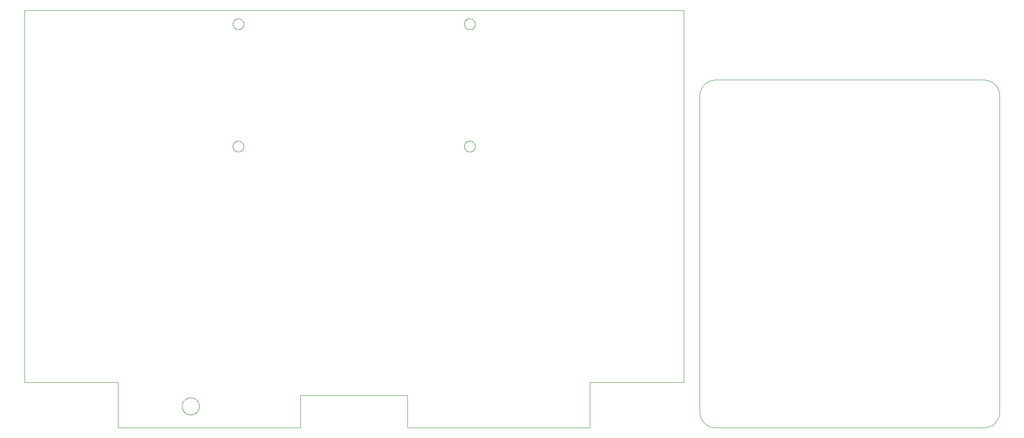
<source format=gbr>
G04 EAGLE Gerber RS-274X export*
G75*
%MOMM*%
%FSLAX34Y34*%
%LPD*%
%IN*%
%IPPOS*%
%AMOC8*
5,1,8,0,0,1.08239X$1,22.5*%
G01*
%ADD10C,0.000000*%


D10*
X175000Y0D02*
X515000Y0D01*
X715000Y0D02*
X1055000Y0D01*
X1230000Y85000D02*
X1230000Y780000D01*
X0Y780000D01*
X0Y85000D01*
X175000Y85000D01*
X175000Y0D01*
X1055000Y0D02*
X1055000Y85000D01*
X1230000Y85000D01*
X515000Y60000D02*
X515000Y0D01*
X515000Y60000D02*
X715000Y60000D01*
X715000Y0D01*
X294000Y40000D02*
X294005Y40393D01*
X294019Y40785D01*
X294043Y41177D01*
X294077Y41568D01*
X294120Y41959D01*
X294173Y42348D01*
X294236Y42735D01*
X294307Y43121D01*
X294389Y43506D01*
X294479Y43888D01*
X294580Y44267D01*
X294689Y44645D01*
X294808Y45019D01*
X294935Y45390D01*
X295072Y45758D01*
X295218Y46123D01*
X295373Y46484D01*
X295536Y46841D01*
X295708Y47194D01*
X295889Y47542D01*
X296079Y47886D01*
X296276Y48226D01*
X296482Y48560D01*
X296696Y48889D01*
X296919Y49213D01*
X297149Y49531D01*
X297386Y49844D01*
X297632Y50150D01*
X297885Y50451D01*
X298145Y50745D01*
X298412Y51033D01*
X298686Y51314D01*
X298967Y51588D01*
X299255Y51855D01*
X299549Y52115D01*
X299850Y52368D01*
X300156Y52614D01*
X300469Y52851D01*
X300787Y53081D01*
X301111Y53304D01*
X301440Y53518D01*
X301774Y53724D01*
X302114Y53921D01*
X302458Y54111D01*
X302806Y54292D01*
X303159Y54464D01*
X303516Y54627D01*
X303877Y54782D01*
X304242Y54928D01*
X304610Y55065D01*
X304981Y55192D01*
X305355Y55311D01*
X305733Y55420D01*
X306112Y55521D01*
X306494Y55611D01*
X306879Y55693D01*
X307265Y55764D01*
X307652Y55827D01*
X308041Y55880D01*
X308432Y55923D01*
X308823Y55957D01*
X309215Y55981D01*
X309607Y55995D01*
X310000Y56000D01*
X310393Y55995D01*
X310785Y55981D01*
X311177Y55957D01*
X311568Y55923D01*
X311959Y55880D01*
X312348Y55827D01*
X312735Y55764D01*
X313121Y55693D01*
X313506Y55611D01*
X313888Y55521D01*
X314267Y55420D01*
X314645Y55311D01*
X315019Y55192D01*
X315390Y55065D01*
X315758Y54928D01*
X316123Y54782D01*
X316484Y54627D01*
X316841Y54464D01*
X317194Y54292D01*
X317542Y54111D01*
X317886Y53921D01*
X318226Y53724D01*
X318560Y53518D01*
X318889Y53304D01*
X319213Y53081D01*
X319531Y52851D01*
X319844Y52614D01*
X320150Y52368D01*
X320451Y52115D01*
X320745Y51855D01*
X321033Y51588D01*
X321314Y51314D01*
X321588Y51033D01*
X321855Y50745D01*
X322115Y50451D01*
X322368Y50150D01*
X322614Y49844D01*
X322851Y49531D01*
X323081Y49213D01*
X323304Y48889D01*
X323518Y48560D01*
X323724Y48226D01*
X323921Y47886D01*
X324111Y47542D01*
X324292Y47194D01*
X324464Y46841D01*
X324627Y46484D01*
X324782Y46123D01*
X324928Y45758D01*
X325065Y45390D01*
X325192Y45019D01*
X325311Y44645D01*
X325420Y44267D01*
X325521Y43888D01*
X325611Y43506D01*
X325693Y43121D01*
X325764Y42735D01*
X325827Y42348D01*
X325880Y41959D01*
X325923Y41568D01*
X325957Y41177D01*
X325981Y40785D01*
X325995Y40393D01*
X326000Y40000D01*
X325995Y39607D01*
X325981Y39215D01*
X325957Y38823D01*
X325923Y38432D01*
X325880Y38041D01*
X325827Y37652D01*
X325764Y37265D01*
X325693Y36879D01*
X325611Y36494D01*
X325521Y36112D01*
X325420Y35733D01*
X325311Y35355D01*
X325192Y34981D01*
X325065Y34610D01*
X324928Y34242D01*
X324782Y33877D01*
X324627Y33516D01*
X324464Y33159D01*
X324292Y32806D01*
X324111Y32458D01*
X323921Y32114D01*
X323724Y31774D01*
X323518Y31440D01*
X323304Y31111D01*
X323081Y30787D01*
X322851Y30469D01*
X322614Y30156D01*
X322368Y29850D01*
X322115Y29549D01*
X321855Y29255D01*
X321588Y28967D01*
X321314Y28686D01*
X321033Y28412D01*
X320745Y28145D01*
X320451Y27885D01*
X320150Y27632D01*
X319844Y27386D01*
X319531Y27149D01*
X319213Y26919D01*
X318889Y26696D01*
X318560Y26482D01*
X318226Y26276D01*
X317886Y26079D01*
X317542Y25889D01*
X317194Y25708D01*
X316841Y25536D01*
X316484Y25373D01*
X316123Y25218D01*
X315758Y25072D01*
X315390Y24935D01*
X315019Y24808D01*
X314645Y24689D01*
X314267Y24580D01*
X313888Y24479D01*
X313506Y24389D01*
X313121Y24307D01*
X312735Y24236D01*
X312348Y24173D01*
X311959Y24120D01*
X311568Y24077D01*
X311177Y24043D01*
X310785Y24019D01*
X310393Y24005D01*
X310000Y24000D01*
X309607Y24005D01*
X309215Y24019D01*
X308823Y24043D01*
X308432Y24077D01*
X308041Y24120D01*
X307652Y24173D01*
X307265Y24236D01*
X306879Y24307D01*
X306494Y24389D01*
X306112Y24479D01*
X305733Y24580D01*
X305355Y24689D01*
X304981Y24808D01*
X304610Y24935D01*
X304242Y25072D01*
X303877Y25218D01*
X303516Y25373D01*
X303159Y25536D01*
X302806Y25708D01*
X302458Y25889D01*
X302114Y26079D01*
X301774Y26276D01*
X301440Y26482D01*
X301111Y26696D01*
X300787Y26919D01*
X300469Y27149D01*
X300156Y27386D01*
X299850Y27632D01*
X299549Y27885D01*
X299255Y28145D01*
X298967Y28412D01*
X298686Y28686D01*
X298412Y28967D01*
X298145Y29255D01*
X297885Y29549D01*
X297632Y29850D01*
X297386Y30156D01*
X297149Y30469D01*
X296919Y30787D01*
X296696Y31111D01*
X296482Y31440D01*
X296276Y31774D01*
X296079Y32114D01*
X295889Y32458D01*
X295708Y32806D01*
X295536Y33159D01*
X295373Y33516D01*
X295218Y33877D01*
X295072Y34242D01*
X294935Y34610D01*
X294808Y34981D01*
X294689Y35355D01*
X294580Y35733D01*
X294479Y36112D01*
X294389Y36494D01*
X294307Y36879D01*
X294236Y37265D01*
X294173Y37652D01*
X294120Y38041D01*
X294077Y38432D01*
X294043Y38823D01*
X294019Y39215D01*
X294005Y39607D01*
X294000Y40000D01*
X1290000Y0D02*
X1790000Y0D01*
X1790725Y9D01*
X1791449Y35D01*
X1792173Y79D01*
X1792895Y140D01*
X1793616Y219D01*
X1794335Y315D01*
X1795051Y428D01*
X1795764Y559D01*
X1796474Y707D01*
X1797179Y872D01*
X1797881Y1054D01*
X1798578Y1253D01*
X1799271Y1468D01*
X1799957Y1701D01*
X1800638Y1950D01*
X1801313Y2215D01*
X1801981Y2496D01*
X1802642Y2794D01*
X1803296Y3107D01*
X1803942Y3436D01*
X1804580Y3781D01*
X1805209Y4141D01*
X1805829Y4516D01*
X1806440Y4906D01*
X1807042Y5310D01*
X1807634Y5729D01*
X1808215Y6163D01*
X1808786Y6610D01*
X1809345Y7071D01*
X1809894Y7545D01*
X1810430Y8032D01*
X1810955Y8532D01*
X1811468Y9045D01*
X1811968Y9570D01*
X1812455Y10106D01*
X1812929Y10655D01*
X1813390Y11214D01*
X1813837Y11785D01*
X1814271Y12366D01*
X1814690Y12958D01*
X1815094Y13560D01*
X1815484Y14171D01*
X1815859Y14791D01*
X1816219Y15420D01*
X1816564Y16058D01*
X1816893Y16704D01*
X1817206Y17358D01*
X1817504Y18019D01*
X1817785Y18687D01*
X1818050Y19362D01*
X1818299Y20043D01*
X1818532Y20729D01*
X1818747Y21422D01*
X1818946Y22119D01*
X1819128Y22821D01*
X1819293Y23526D01*
X1819441Y24236D01*
X1819572Y24949D01*
X1819685Y25665D01*
X1819781Y26384D01*
X1819860Y27105D01*
X1819921Y27827D01*
X1819965Y28551D01*
X1819991Y29275D01*
X1820000Y30000D01*
X1820000Y620000D01*
X1819991Y620725D01*
X1819965Y621449D01*
X1819921Y622173D01*
X1819860Y622895D01*
X1819781Y623616D01*
X1819685Y624335D01*
X1819572Y625051D01*
X1819441Y625764D01*
X1819293Y626474D01*
X1819128Y627179D01*
X1818946Y627881D01*
X1818747Y628578D01*
X1818532Y629271D01*
X1818299Y629957D01*
X1818050Y630638D01*
X1817785Y631313D01*
X1817504Y631981D01*
X1817206Y632642D01*
X1816893Y633296D01*
X1816564Y633942D01*
X1816219Y634580D01*
X1815859Y635209D01*
X1815484Y635829D01*
X1815094Y636440D01*
X1814690Y637042D01*
X1814271Y637634D01*
X1813837Y638215D01*
X1813390Y638786D01*
X1812929Y639345D01*
X1812455Y639894D01*
X1811968Y640430D01*
X1811468Y640955D01*
X1810955Y641468D01*
X1810430Y641968D01*
X1809894Y642455D01*
X1809345Y642929D01*
X1808786Y643390D01*
X1808215Y643837D01*
X1807634Y644271D01*
X1807042Y644690D01*
X1806440Y645094D01*
X1805829Y645484D01*
X1805209Y645859D01*
X1804580Y646219D01*
X1803942Y646564D01*
X1803296Y646893D01*
X1802642Y647206D01*
X1801981Y647504D01*
X1801313Y647785D01*
X1800638Y648050D01*
X1799957Y648299D01*
X1799271Y648532D01*
X1798578Y648747D01*
X1797881Y648946D01*
X1797179Y649128D01*
X1796474Y649293D01*
X1795764Y649441D01*
X1795051Y649572D01*
X1794335Y649685D01*
X1793616Y649781D01*
X1792895Y649860D01*
X1792173Y649921D01*
X1791449Y649965D01*
X1790725Y649991D01*
X1790000Y650000D01*
X1290000Y650000D01*
X1289275Y649991D01*
X1288551Y649965D01*
X1287827Y649921D01*
X1287105Y649860D01*
X1286384Y649781D01*
X1285665Y649685D01*
X1284949Y649572D01*
X1284236Y649441D01*
X1283526Y649293D01*
X1282821Y649128D01*
X1282119Y648946D01*
X1281422Y648747D01*
X1280729Y648532D01*
X1280043Y648299D01*
X1279362Y648050D01*
X1278687Y647785D01*
X1278019Y647504D01*
X1277358Y647206D01*
X1276704Y646893D01*
X1276058Y646564D01*
X1275420Y646219D01*
X1274791Y645859D01*
X1274171Y645484D01*
X1273560Y645094D01*
X1272958Y644690D01*
X1272366Y644271D01*
X1271785Y643837D01*
X1271214Y643390D01*
X1270655Y642929D01*
X1270106Y642455D01*
X1269570Y641968D01*
X1269045Y641468D01*
X1268532Y640955D01*
X1268032Y640430D01*
X1267545Y639894D01*
X1267071Y639345D01*
X1266610Y638786D01*
X1266163Y638215D01*
X1265729Y637634D01*
X1265310Y637042D01*
X1264906Y636440D01*
X1264516Y635829D01*
X1264141Y635209D01*
X1263781Y634580D01*
X1263436Y633942D01*
X1263107Y633296D01*
X1262794Y632642D01*
X1262496Y631981D01*
X1262215Y631313D01*
X1261950Y630638D01*
X1261701Y629957D01*
X1261468Y629271D01*
X1261253Y628578D01*
X1261054Y627881D01*
X1260872Y627179D01*
X1260707Y626474D01*
X1260559Y625764D01*
X1260428Y625051D01*
X1260315Y624335D01*
X1260219Y623616D01*
X1260140Y622895D01*
X1260079Y622173D01*
X1260035Y621449D01*
X1260009Y620725D01*
X1260000Y620000D01*
X1260000Y30000D01*
X1260009Y29275D01*
X1260035Y28551D01*
X1260079Y27827D01*
X1260140Y27105D01*
X1260219Y26384D01*
X1260315Y25665D01*
X1260428Y24949D01*
X1260559Y24236D01*
X1260707Y23526D01*
X1260872Y22821D01*
X1261054Y22119D01*
X1261253Y21422D01*
X1261468Y20729D01*
X1261701Y20043D01*
X1261950Y19362D01*
X1262215Y18687D01*
X1262496Y18019D01*
X1262794Y17358D01*
X1263107Y16704D01*
X1263436Y16058D01*
X1263781Y15420D01*
X1264141Y14791D01*
X1264516Y14171D01*
X1264906Y13560D01*
X1265310Y12958D01*
X1265729Y12366D01*
X1266163Y11785D01*
X1266610Y11214D01*
X1267071Y10655D01*
X1267545Y10106D01*
X1268032Y9570D01*
X1268532Y9045D01*
X1269045Y8532D01*
X1269570Y8032D01*
X1270106Y7545D01*
X1270655Y7071D01*
X1271214Y6610D01*
X1271785Y6163D01*
X1272366Y5729D01*
X1272958Y5310D01*
X1273560Y4906D01*
X1274171Y4516D01*
X1274791Y4141D01*
X1275420Y3781D01*
X1276058Y3436D01*
X1276704Y3107D01*
X1277358Y2794D01*
X1278019Y2496D01*
X1278687Y2215D01*
X1279362Y1950D01*
X1280043Y1701D01*
X1280729Y1468D01*
X1281422Y1253D01*
X1282119Y1054D01*
X1282821Y872D01*
X1283526Y707D01*
X1284236Y559D01*
X1284949Y428D01*
X1285665Y315D01*
X1286384Y219D01*
X1287105Y140D01*
X1287827Y79D01*
X1288551Y35D01*
X1289275Y9D01*
X1290000Y0D01*
X388940Y754300D02*
X388943Y754549D01*
X388952Y754799D01*
X388968Y755047D01*
X388989Y755296D01*
X389016Y755544D01*
X389050Y755791D01*
X389090Y756037D01*
X389135Y756282D01*
X389187Y756526D01*
X389244Y756769D01*
X389308Y757010D01*
X389377Y757249D01*
X389453Y757487D01*
X389534Y757723D01*
X389621Y757957D01*
X389713Y758188D01*
X389812Y758417D01*
X389915Y758644D01*
X390025Y758868D01*
X390140Y759089D01*
X390260Y759308D01*
X390385Y759523D01*
X390516Y759736D01*
X390652Y759945D01*
X390793Y760150D01*
X390939Y760352D01*
X391090Y760551D01*
X391246Y760745D01*
X391407Y760936D01*
X391572Y761123D01*
X391742Y761306D01*
X391916Y761484D01*
X392094Y761658D01*
X392277Y761828D01*
X392464Y761993D01*
X392655Y762154D01*
X392849Y762310D01*
X393048Y762461D01*
X393250Y762607D01*
X393455Y762748D01*
X393664Y762884D01*
X393877Y763015D01*
X394092Y763140D01*
X394311Y763260D01*
X394532Y763375D01*
X394756Y763485D01*
X394983Y763588D01*
X395212Y763687D01*
X395443Y763779D01*
X395677Y763866D01*
X395913Y763947D01*
X396151Y764023D01*
X396390Y764092D01*
X396631Y764156D01*
X396874Y764213D01*
X397118Y764265D01*
X397363Y764310D01*
X397609Y764350D01*
X397856Y764384D01*
X398104Y764411D01*
X398353Y764432D01*
X398601Y764448D01*
X398851Y764457D01*
X399100Y764460D01*
X399349Y764457D01*
X399599Y764448D01*
X399847Y764432D01*
X400096Y764411D01*
X400344Y764384D01*
X400591Y764350D01*
X400837Y764310D01*
X401082Y764265D01*
X401326Y764213D01*
X401569Y764156D01*
X401810Y764092D01*
X402049Y764023D01*
X402287Y763947D01*
X402523Y763866D01*
X402757Y763779D01*
X402988Y763687D01*
X403217Y763588D01*
X403444Y763485D01*
X403668Y763375D01*
X403889Y763260D01*
X404108Y763140D01*
X404323Y763015D01*
X404536Y762884D01*
X404745Y762748D01*
X404950Y762607D01*
X405152Y762461D01*
X405351Y762310D01*
X405545Y762154D01*
X405736Y761993D01*
X405923Y761828D01*
X406106Y761658D01*
X406284Y761484D01*
X406458Y761306D01*
X406628Y761123D01*
X406793Y760936D01*
X406954Y760745D01*
X407110Y760551D01*
X407261Y760352D01*
X407407Y760150D01*
X407548Y759945D01*
X407684Y759736D01*
X407815Y759523D01*
X407940Y759308D01*
X408060Y759089D01*
X408175Y758868D01*
X408285Y758644D01*
X408388Y758417D01*
X408487Y758188D01*
X408579Y757957D01*
X408666Y757723D01*
X408747Y757487D01*
X408823Y757249D01*
X408892Y757010D01*
X408956Y756769D01*
X409013Y756526D01*
X409065Y756282D01*
X409110Y756037D01*
X409150Y755791D01*
X409184Y755544D01*
X409211Y755296D01*
X409232Y755047D01*
X409248Y754799D01*
X409257Y754549D01*
X409260Y754300D01*
X409257Y754051D01*
X409248Y753801D01*
X409232Y753553D01*
X409211Y753304D01*
X409184Y753056D01*
X409150Y752809D01*
X409110Y752563D01*
X409065Y752318D01*
X409013Y752074D01*
X408956Y751831D01*
X408892Y751590D01*
X408823Y751351D01*
X408747Y751113D01*
X408666Y750877D01*
X408579Y750643D01*
X408487Y750412D01*
X408388Y750183D01*
X408285Y749956D01*
X408175Y749732D01*
X408060Y749511D01*
X407940Y749292D01*
X407815Y749077D01*
X407684Y748864D01*
X407548Y748655D01*
X407407Y748450D01*
X407261Y748248D01*
X407110Y748049D01*
X406954Y747855D01*
X406793Y747664D01*
X406628Y747477D01*
X406458Y747294D01*
X406284Y747116D01*
X406106Y746942D01*
X405923Y746772D01*
X405736Y746607D01*
X405545Y746446D01*
X405351Y746290D01*
X405152Y746139D01*
X404950Y745993D01*
X404745Y745852D01*
X404536Y745716D01*
X404323Y745585D01*
X404108Y745460D01*
X403889Y745340D01*
X403668Y745225D01*
X403444Y745115D01*
X403217Y745012D01*
X402988Y744913D01*
X402757Y744821D01*
X402523Y744734D01*
X402287Y744653D01*
X402049Y744577D01*
X401810Y744508D01*
X401569Y744444D01*
X401326Y744387D01*
X401082Y744335D01*
X400837Y744290D01*
X400591Y744250D01*
X400344Y744216D01*
X400096Y744189D01*
X399847Y744168D01*
X399599Y744152D01*
X399349Y744143D01*
X399100Y744140D01*
X398851Y744143D01*
X398601Y744152D01*
X398353Y744168D01*
X398104Y744189D01*
X397856Y744216D01*
X397609Y744250D01*
X397363Y744290D01*
X397118Y744335D01*
X396874Y744387D01*
X396631Y744444D01*
X396390Y744508D01*
X396151Y744577D01*
X395913Y744653D01*
X395677Y744734D01*
X395443Y744821D01*
X395212Y744913D01*
X394983Y745012D01*
X394756Y745115D01*
X394532Y745225D01*
X394311Y745340D01*
X394092Y745460D01*
X393877Y745585D01*
X393664Y745716D01*
X393455Y745852D01*
X393250Y745993D01*
X393048Y746139D01*
X392849Y746290D01*
X392655Y746446D01*
X392464Y746607D01*
X392277Y746772D01*
X392094Y746942D01*
X391916Y747116D01*
X391742Y747294D01*
X391572Y747477D01*
X391407Y747664D01*
X391246Y747855D01*
X391090Y748049D01*
X390939Y748248D01*
X390793Y748450D01*
X390652Y748655D01*
X390516Y748864D01*
X390385Y749077D01*
X390260Y749292D01*
X390140Y749511D01*
X390025Y749732D01*
X389915Y749956D01*
X389812Y750183D01*
X389713Y750412D01*
X389621Y750643D01*
X389534Y750877D01*
X389453Y751113D01*
X389377Y751351D01*
X389308Y751590D01*
X389244Y751831D01*
X389187Y752074D01*
X389135Y752318D01*
X389090Y752563D01*
X389050Y752809D01*
X389016Y753056D01*
X388989Y753304D01*
X388968Y753553D01*
X388952Y753801D01*
X388943Y754051D01*
X388940Y754300D01*
X820740Y754300D02*
X820743Y754549D01*
X820752Y754799D01*
X820768Y755047D01*
X820789Y755296D01*
X820816Y755544D01*
X820850Y755791D01*
X820890Y756037D01*
X820935Y756282D01*
X820987Y756526D01*
X821044Y756769D01*
X821108Y757010D01*
X821177Y757249D01*
X821253Y757487D01*
X821334Y757723D01*
X821421Y757957D01*
X821513Y758188D01*
X821612Y758417D01*
X821715Y758644D01*
X821825Y758868D01*
X821940Y759089D01*
X822060Y759308D01*
X822185Y759523D01*
X822316Y759736D01*
X822452Y759945D01*
X822593Y760150D01*
X822739Y760352D01*
X822890Y760551D01*
X823046Y760745D01*
X823207Y760936D01*
X823372Y761123D01*
X823542Y761306D01*
X823716Y761484D01*
X823894Y761658D01*
X824077Y761828D01*
X824264Y761993D01*
X824455Y762154D01*
X824649Y762310D01*
X824848Y762461D01*
X825050Y762607D01*
X825255Y762748D01*
X825464Y762884D01*
X825677Y763015D01*
X825892Y763140D01*
X826111Y763260D01*
X826332Y763375D01*
X826556Y763485D01*
X826783Y763588D01*
X827012Y763687D01*
X827243Y763779D01*
X827477Y763866D01*
X827713Y763947D01*
X827951Y764023D01*
X828190Y764092D01*
X828431Y764156D01*
X828674Y764213D01*
X828918Y764265D01*
X829163Y764310D01*
X829409Y764350D01*
X829656Y764384D01*
X829904Y764411D01*
X830153Y764432D01*
X830401Y764448D01*
X830651Y764457D01*
X830900Y764460D01*
X831149Y764457D01*
X831399Y764448D01*
X831647Y764432D01*
X831896Y764411D01*
X832144Y764384D01*
X832391Y764350D01*
X832637Y764310D01*
X832882Y764265D01*
X833126Y764213D01*
X833369Y764156D01*
X833610Y764092D01*
X833849Y764023D01*
X834087Y763947D01*
X834323Y763866D01*
X834557Y763779D01*
X834788Y763687D01*
X835017Y763588D01*
X835244Y763485D01*
X835468Y763375D01*
X835689Y763260D01*
X835908Y763140D01*
X836123Y763015D01*
X836336Y762884D01*
X836545Y762748D01*
X836750Y762607D01*
X836952Y762461D01*
X837151Y762310D01*
X837345Y762154D01*
X837536Y761993D01*
X837723Y761828D01*
X837906Y761658D01*
X838084Y761484D01*
X838258Y761306D01*
X838428Y761123D01*
X838593Y760936D01*
X838754Y760745D01*
X838910Y760551D01*
X839061Y760352D01*
X839207Y760150D01*
X839348Y759945D01*
X839484Y759736D01*
X839615Y759523D01*
X839740Y759308D01*
X839860Y759089D01*
X839975Y758868D01*
X840085Y758644D01*
X840188Y758417D01*
X840287Y758188D01*
X840379Y757957D01*
X840466Y757723D01*
X840547Y757487D01*
X840623Y757249D01*
X840692Y757010D01*
X840756Y756769D01*
X840813Y756526D01*
X840865Y756282D01*
X840910Y756037D01*
X840950Y755791D01*
X840984Y755544D01*
X841011Y755296D01*
X841032Y755047D01*
X841048Y754799D01*
X841057Y754549D01*
X841060Y754300D01*
X841057Y754051D01*
X841048Y753801D01*
X841032Y753553D01*
X841011Y753304D01*
X840984Y753056D01*
X840950Y752809D01*
X840910Y752563D01*
X840865Y752318D01*
X840813Y752074D01*
X840756Y751831D01*
X840692Y751590D01*
X840623Y751351D01*
X840547Y751113D01*
X840466Y750877D01*
X840379Y750643D01*
X840287Y750412D01*
X840188Y750183D01*
X840085Y749956D01*
X839975Y749732D01*
X839860Y749511D01*
X839740Y749292D01*
X839615Y749077D01*
X839484Y748864D01*
X839348Y748655D01*
X839207Y748450D01*
X839061Y748248D01*
X838910Y748049D01*
X838754Y747855D01*
X838593Y747664D01*
X838428Y747477D01*
X838258Y747294D01*
X838084Y747116D01*
X837906Y746942D01*
X837723Y746772D01*
X837536Y746607D01*
X837345Y746446D01*
X837151Y746290D01*
X836952Y746139D01*
X836750Y745993D01*
X836545Y745852D01*
X836336Y745716D01*
X836123Y745585D01*
X835908Y745460D01*
X835689Y745340D01*
X835468Y745225D01*
X835244Y745115D01*
X835017Y745012D01*
X834788Y744913D01*
X834557Y744821D01*
X834323Y744734D01*
X834087Y744653D01*
X833849Y744577D01*
X833610Y744508D01*
X833369Y744444D01*
X833126Y744387D01*
X832882Y744335D01*
X832637Y744290D01*
X832391Y744250D01*
X832144Y744216D01*
X831896Y744189D01*
X831647Y744168D01*
X831399Y744152D01*
X831149Y744143D01*
X830900Y744140D01*
X830651Y744143D01*
X830401Y744152D01*
X830153Y744168D01*
X829904Y744189D01*
X829656Y744216D01*
X829409Y744250D01*
X829163Y744290D01*
X828918Y744335D01*
X828674Y744387D01*
X828431Y744444D01*
X828190Y744508D01*
X827951Y744577D01*
X827713Y744653D01*
X827477Y744734D01*
X827243Y744821D01*
X827012Y744913D01*
X826783Y745012D01*
X826556Y745115D01*
X826332Y745225D01*
X826111Y745340D01*
X825892Y745460D01*
X825677Y745585D01*
X825464Y745716D01*
X825255Y745852D01*
X825050Y745993D01*
X824848Y746139D01*
X824649Y746290D01*
X824455Y746446D01*
X824264Y746607D01*
X824077Y746772D01*
X823894Y746942D01*
X823716Y747116D01*
X823542Y747294D01*
X823372Y747477D01*
X823207Y747664D01*
X823046Y747855D01*
X822890Y748049D01*
X822739Y748248D01*
X822593Y748450D01*
X822452Y748655D01*
X822316Y748864D01*
X822185Y749077D01*
X822060Y749292D01*
X821940Y749511D01*
X821825Y749732D01*
X821715Y749956D01*
X821612Y750183D01*
X821513Y750412D01*
X821421Y750643D01*
X821334Y750877D01*
X821253Y751113D01*
X821177Y751351D01*
X821108Y751590D01*
X821044Y751831D01*
X820987Y752074D01*
X820935Y752318D01*
X820890Y752563D01*
X820850Y752809D01*
X820816Y753056D01*
X820789Y753304D01*
X820768Y753553D01*
X820752Y753801D01*
X820743Y754051D01*
X820740Y754300D01*
X388940Y525700D02*
X388943Y525949D01*
X388952Y526199D01*
X388968Y526447D01*
X388989Y526696D01*
X389016Y526944D01*
X389050Y527191D01*
X389090Y527437D01*
X389135Y527682D01*
X389187Y527926D01*
X389244Y528169D01*
X389308Y528410D01*
X389377Y528649D01*
X389453Y528887D01*
X389534Y529123D01*
X389621Y529357D01*
X389713Y529588D01*
X389812Y529817D01*
X389915Y530044D01*
X390025Y530268D01*
X390140Y530489D01*
X390260Y530708D01*
X390385Y530923D01*
X390516Y531136D01*
X390652Y531345D01*
X390793Y531550D01*
X390939Y531752D01*
X391090Y531951D01*
X391246Y532145D01*
X391407Y532336D01*
X391572Y532523D01*
X391742Y532706D01*
X391916Y532884D01*
X392094Y533058D01*
X392277Y533228D01*
X392464Y533393D01*
X392655Y533554D01*
X392849Y533710D01*
X393048Y533861D01*
X393250Y534007D01*
X393455Y534148D01*
X393664Y534284D01*
X393877Y534415D01*
X394092Y534540D01*
X394311Y534660D01*
X394532Y534775D01*
X394756Y534885D01*
X394983Y534988D01*
X395212Y535087D01*
X395443Y535179D01*
X395677Y535266D01*
X395913Y535347D01*
X396151Y535423D01*
X396390Y535492D01*
X396631Y535556D01*
X396874Y535613D01*
X397118Y535665D01*
X397363Y535710D01*
X397609Y535750D01*
X397856Y535784D01*
X398104Y535811D01*
X398353Y535832D01*
X398601Y535848D01*
X398851Y535857D01*
X399100Y535860D01*
X399349Y535857D01*
X399599Y535848D01*
X399847Y535832D01*
X400096Y535811D01*
X400344Y535784D01*
X400591Y535750D01*
X400837Y535710D01*
X401082Y535665D01*
X401326Y535613D01*
X401569Y535556D01*
X401810Y535492D01*
X402049Y535423D01*
X402287Y535347D01*
X402523Y535266D01*
X402757Y535179D01*
X402988Y535087D01*
X403217Y534988D01*
X403444Y534885D01*
X403668Y534775D01*
X403889Y534660D01*
X404108Y534540D01*
X404323Y534415D01*
X404536Y534284D01*
X404745Y534148D01*
X404950Y534007D01*
X405152Y533861D01*
X405351Y533710D01*
X405545Y533554D01*
X405736Y533393D01*
X405923Y533228D01*
X406106Y533058D01*
X406284Y532884D01*
X406458Y532706D01*
X406628Y532523D01*
X406793Y532336D01*
X406954Y532145D01*
X407110Y531951D01*
X407261Y531752D01*
X407407Y531550D01*
X407548Y531345D01*
X407684Y531136D01*
X407815Y530923D01*
X407940Y530708D01*
X408060Y530489D01*
X408175Y530268D01*
X408285Y530044D01*
X408388Y529817D01*
X408487Y529588D01*
X408579Y529357D01*
X408666Y529123D01*
X408747Y528887D01*
X408823Y528649D01*
X408892Y528410D01*
X408956Y528169D01*
X409013Y527926D01*
X409065Y527682D01*
X409110Y527437D01*
X409150Y527191D01*
X409184Y526944D01*
X409211Y526696D01*
X409232Y526447D01*
X409248Y526199D01*
X409257Y525949D01*
X409260Y525700D01*
X409257Y525451D01*
X409248Y525201D01*
X409232Y524953D01*
X409211Y524704D01*
X409184Y524456D01*
X409150Y524209D01*
X409110Y523963D01*
X409065Y523718D01*
X409013Y523474D01*
X408956Y523231D01*
X408892Y522990D01*
X408823Y522751D01*
X408747Y522513D01*
X408666Y522277D01*
X408579Y522043D01*
X408487Y521812D01*
X408388Y521583D01*
X408285Y521356D01*
X408175Y521132D01*
X408060Y520911D01*
X407940Y520692D01*
X407815Y520477D01*
X407684Y520264D01*
X407548Y520055D01*
X407407Y519850D01*
X407261Y519648D01*
X407110Y519449D01*
X406954Y519255D01*
X406793Y519064D01*
X406628Y518877D01*
X406458Y518694D01*
X406284Y518516D01*
X406106Y518342D01*
X405923Y518172D01*
X405736Y518007D01*
X405545Y517846D01*
X405351Y517690D01*
X405152Y517539D01*
X404950Y517393D01*
X404745Y517252D01*
X404536Y517116D01*
X404323Y516985D01*
X404108Y516860D01*
X403889Y516740D01*
X403668Y516625D01*
X403444Y516515D01*
X403217Y516412D01*
X402988Y516313D01*
X402757Y516221D01*
X402523Y516134D01*
X402287Y516053D01*
X402049Y515977D01*
X401810Y515908D01*
X401569Y515844D01*
X401326Y515787D01*
X401082Y515735D01*
X400837Y515690D01*
X400591Y515650D01*
X400344Y515616D01*
X400096Y515589D01*
X399847Y515568D01*
X399599Y515552D01*
X399349Y515543D01*
X399100Y515540D01*
X398851Y515543D01*
X398601Y515552D01*
X398353Y515568D01*
X398104Y515589D01*
X397856Y515616D01*
X397609Y515650D01*
X397363Y515690D01*
X397118Y515735D01*
X396874Y515787D01*
X396631Y515844D01*
X396390Y515908D01*
X396151Y515977D01*
X395913Y516053D01*
X395677Y516134D01*
X395443Y516221D01*
X395212Y516313D01*
X394983Y516412D01*
X394756Y516515D01*
X394532Y516625D01*
X394311Y516740D01*
X394092Y516860D01*
X393877Y516985D01*
X393664Y517116D01*
X393455Y517252D01*
X393250Y517393D01*
X393048Y517539D01*
X392849Y517690D01*
X392655Y517846D01*
X392464Y518007D01*
X392277Y518172D01*
X392094Y518342D01*
X391916Y518516D01*
X391742Y518694D01*
X391572Y518877D01*
X391407Y519064D01*
X391246Y519255D01*
X391090Y519449D01*
X390939Y519648D01*
X390793Y519850D01*
X390652Y520055D01*
X390516Y520264D01*
X390385Y520477D01*
X390260Y520692D01*
X390140Y520911D01*
X390025Y521132D01*
X389915Y521356D01*
X389812Y521583D01*
X389713Y521812D01*
X389621Y522043D01*
X389534Y522277D01*
X389453Y522513D01*
X389377Y522751D01*
X389308Y522990D01*
X389244Y523231D01*
X389187Y523474D01*
X389135Y523718D01*
X389090Y523963D01*
X389050Y524209D01*
X389016Y524456D01*
X388989Y524704D01*
X388968Y524953D01*
X388952Y525201D01*
X388943Y525451D01*
X388940Y525700D01*
X820740Y525700D02*
X820743Y525949D01*
X820752Y526199D01*
X820768Y526447D01*
X820789Y526696D01*
X820816Y526944D01*
X820850Y527191D01*
X820890Y527437D01*
X820935Y527682D01*
X820987Y527926D01*
X821044Y528169D01*
X821108Y528410D01*
X821177Y528649D01*
X821253Y528887D01*
X821334Y529123D01*
X821421Y529357D01*
X821513Y529588D01*
X821612Y529817D01*
X821715Y530044D01*
X821825Y530268D01*
X821940Y530489D01*
X822060Y530708D01*
X822185Y530923D01*
X822316Y531136D01*
X822452Y531345D01*
X822593Y531550D01*
X822739Y531752D01*
X822890Y531951D01*
X823046Y532145D01*
X823207Y532336D01*
X823372Y532523D01*
X823542Y532706D01*
X823716Y532884D01*
X823894Y533058D01*
X824077Y533228D01*
X824264Y533393D01*
X824455Y533554D01*
X824649Y533710D01*
X824848Y533861D01*
X825050Y534007D01*
X825255Y534148D01*
X825464Y534284D01*
X825677Y534415D01*
X825892Y534540D01*
X826111Y534660D01*
X826332Y534775D01*
X826556Y534885D01*
X826783Y534988D01*
X827012Y535087D01*
X827243Y535179D01*
X827477Y535266D01*
X827713Y535347D01*
X827951Y535423D01*
X828190Y535492D01*
X828431Y535556D01*
X828674Y535613D01*
X828918Y535665D01*
X829163Y535710D01*
X829409Y535750D01*
X829656Y535784D01*
X829904Y535811D01*
X830153Y535832D01*
X830401Y535848D01*
X830651Y535857D01*
X830900Y535860D01*
X831149Y535857D01*
X831399Y535848D01*
X831647Y535832D01*
X831896Y535811D01*
X832144Y535784D01*
X832391Y535750D01*
X832637Y535710D01*
X832882Y535665D01*
X833126Y535613D01*
X833369Y535556D01*
X833610Y535492D01*
X833849Y535423D01*
X834087Y535347D01*
X834323Y535266D01*
X834557Y535179D01*
X834788Y535087D01*
X835017Y534988D01*
X835244Y534885D01*
X835468Y534775D01*
X835689Y534660D01*
X835908Y534540D01*
X836123Y534415D01*
X836336Y534284D01*
X836545Y534148D01*
X836750Y534007D01*
X836952Y533861D01*
X837151Y533710D01*
X837345Y533554D01*
X837536Y533393D01*
X837723Y533228D01*
X837906Y533058D01*
X838084Y532884D01*
X838258Y532706D01*
X838428Y532523D01*
X838593Y532336D01*
X838754Y532145D01*
X838910Y531951D01*
X839061Y531752D01*
X839207Y531550D01*
X839348Y531345D01*
X839484Y531136D01*
X839615Y530923D01*
X839740Y530708D01*
X839860Y530489D01*
X839975Y530268D01*
X840085Y530044D01*
X840188Y529817D01*
X840287Y529588D01*
X840379Y529357D01*
X840466Y529123D01*
X840547Y528887D01*
X840623Y528649D01*
X840692Y528410D01*
X840756Y528169D01*
X840813Y527926D01*
X840865Y527682D01*
X840910Y527437D01*
X840950Y527191D01*
X840984Y526944D01*
X841011Y526696D01*
X841032Y526447D01*
X841048Y526199D01*
X841057Y525949D01*
X841060Y525700D01*
X841057Y525451D01*
X841048Y525201D01*
X841032Y524953D01*
X841011Y524704D01*
X840984Y524456D01*
X840950Y524209D01*
X840910Y523963D01*
X840865Y523718D01*
X840813Y523474D01*
X840756Y523231D01*
X840692Y522990D01*
X840623Y522751D01*
X840547Y522513D01*
X840466Y522277D01*
X840379Y522043D01*
X840287Y521812D01*
X840188Y521583D01*
X840085Y521356D01*
X839975Y521132D01*
X839860Y520911D01*
X839740Y520692D01*
X839615Y520477D01*
X839484Y520264D01*
X839348Y520055D01*
X839207Y519850D01*
X839061Y519648D01*
X838910Y519449D01*
X838754Y519255D01*
X838593Y519064D01*
X838428Y518877D01*
X838258Y518694D01*
X838084Y518516D01*
X837906Y518342D01*
X837723Y518172D01*
X837536Y518007D01*
X837345Y517846D01*
X837151Y517690D01*
X836952Y517539D01*
X836750Y517393D01*
X836545Y517252D01*
X836336Y517116D01*
X836123Y516985D01*
X835908Y516860D01*
X835689Y516740D01*
X835468Y516625D01*
X835244Y516515D01*
X835017Y516412D01*
X834788Y516313D01*
X834557Y516221D01*
X834323Y516134D01*
X834087Y516053D01*
X833849Y515977D01*
X833610Y515908D01*
X833369Y515844D01*
X833126Y515787D01*
X832882Y515735D01*
X832637Y515690D01*
X832391Y515650D01*
X832144Y515616D01*
X831896Y515589D01*
X831647Y515568D01*
X831399Y515552D01*
X831149Y515543D01*
X830900Y515540D01*
X830651Y515543D01*
X830401Y515552D01*
X830153Y515568D01*
X829904Y515589D01*
X829656Y515616D01*
X829409Y515650D01*
X829163Y515690D01*
X828918Y515735D01*
X828674Y515787D01*
X828431Y515844D01*
X828190Y515908D01*
X827951Y515977D01*
X827713Y516053D01*
X827477Y516134D01*
X827243Y516221D01*
X827012Y516313D01*
X826783Y516412D01*
X826556Y516515D01*
X826332Y516625D01*
X826111Y516740D01*
X825892Y516860D01*
X825677Y516985D01*
X825464Y517116D01*
X825255Y517252D01*
X825050Y517393D01*
X824848Y517539D01*
X824649Y517690D01*
X824455Y517846D01*
X824264Y518007D01*
X824077Y518172D01*
X823894Y518342D01*
X823716Y518516D01*
X823542Y518694D01*
X823372Y518877D01*
X823207Y519064D01*
X823046Y519255D01*
X822890Y519449D01*
X822739Y519648D01*
X822593Y519850D01*
X822452Y520055D01*
X822316Y520264D01*
X822185Y520477D01*
X822060Y520692D01*
X821940Y520911D01*
X821825Y521132D01*
X821715Y521356D01*
X821612Y521583D01*
X821513Y521812D01*
X821421Y522043D01*
X821334Y522277D01*
X821253Y522513D01*
X821177Y522751D01*
X821108Y522990D01*
X821044Y523231D01*
X820987Y523474D01*
X820935Y523718D01*
X820890Y523963D01*
X820850Y524209D01*
X820816Y524456D01*
X820789Y524704D01*
X820768Y524953D01*
X820752Y525201D01*
X820743Y525451D01*
X820740Y525700D01*
M02*

</source>
